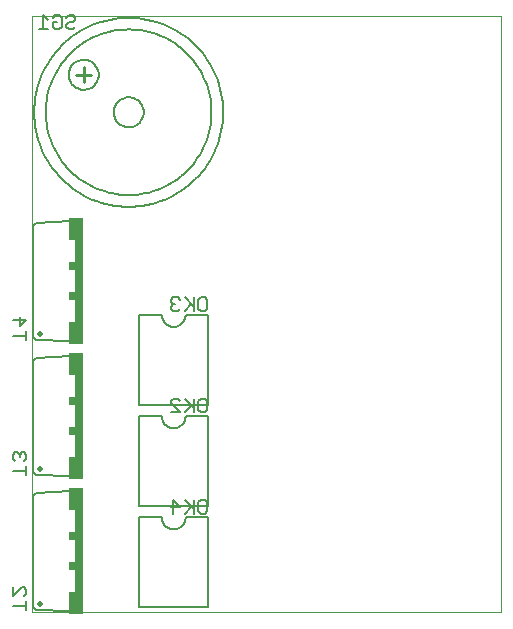
<source format=gbo>
G75*
G70*
%OFA0B0*%
%FSLAX24Y24*%
%IPPOS*%
%LPD*%
%AMOC8*
5,1,8,0,0,1.08239X$1,22.5*
%
%ADD10C,0.0000*%
%ADD11C,0.0060*%
%ADD12C,0.0050*%
%ADD13C,0.0200*%
%ADD14R,0.0300X0.4200*%
%ADD15R,0.0200X0.0750*%
%ADD16R,0.0200X0.0300*%
%ADD17C,0.0100*%
D10*
X001569Y001508D02*
X001569Y021380D01*
X017226Y021380D01*
X017226Y001508D01*
X001569Y001508D01*
D11*
X001700Y001600D02*
X001600Y001700D01*
X001600Y005400D01*
X001700Y005500D01*
X002850Y005550D01*
X002850Y006050D02*
X001700Y006100D01*
X001600Y006200D01*
X001600Y009900D01*
X001700Y010000D01*
X002850Y010050D01*
X002850Y010550D02*
X001700Y010600D01*
X001600Y010700D01*
X001600Y014400D01*
X001700Y014500D01*
X002850Y014550D01*
X005150Y011425D02*
X005900Y011425D01*
X005902Y011386D01*
X005908Y011347D01*
X005917Y011309D01*
X005930Y011272D01*
X005947Y011236D01*
X005967Y011203D01*
X005991Y011171D01*
X006017Y011142D01*
X006046Y011116D01*
X006078Y011092D01*
X006111Y011072D01*
X006147Y011055D01*
X006184Y011042D01*
X006222Y011033D01*
X006261Y011027D01*
X006300Y011025D01*
X006339Y011027D01*
X006378Y011033D01*
X006416Y011042D01*
X006453Y011055D01*
X006489Y011072D01*
X006522Y011092D01*
X006554Y011116D01*
X006583Y011142D01*
X006609Y011171D01*
X006633Y011203D01*
X006653Y011236D01*
X006670Y011272D01*
X006683Y011309D01*
X006692Y011347D01*
X006698Y011386D01*
X006700Y011425D01*
X007450Y011425D01*
X007450Y008425D01*
X005150Y008425D01*
X005150Y011425D01*
X005150Y008050D02*
X005900Y008050D01*
X005902Y008011D01*
X005908Y007972D01*
X005917Y007934D01*
X005930Y007897D01*
X005947Y007861D01*
X005967Y007828D01*
X005991Y007796D01*
X006017Y007767D01*
X006046Y007741D01*
X006078Y007717D01*
X006111Y007697D01*
X006147Y007680D01*
X006184Y007667D01*
X006222Y007658D01*
X006261Y007652D01*
X006300Y007650D01*
X006339Y007652D01*
X006378Y007658D01*
X006416Y007667D01*
X006453Y007680D01*
X006489Y007697D01*
X006522Y007717D01*
X006554Y007741D01*
X006583Y007767D01*
X006609Y007796D01*
X006633Y007828D01*
X006653Y007861D01*
X006670Y007897D01*
X006683Y007934D01*
X006692Y007972D01*
X006698Y008011D01*
X006700Y008050D01*
X007450Y008050D01*
X007450Y005050D01*
X005150Y005050D01*
X005150Y008050D01*
X005150Y004675D02*
X005900Y004675D01*
X005902Y004636D01*
X005908Y004597D01*
X005917Y004559D01*
X005930Y004522D01*
X005947Y004486D01*
X005967Y004453D01*
X005991Y004421D01*
X006017Y004392D01*
X006046Y004366D01*
X006078Y004342D01*
X006111Y004322D01*
X006147Y004305D01*
X006184Y004292D01*
X006222Y004283D01*
X006261Y004277D01*
X006300Y004275D01*
X006339Y004277D01*
X006378Y004283D01*
X006416Y004292D01*
X006453Y004305D01*
X006489Y004322D01*
X006522Y004342D01*
X006554Y004366D01*
X006583Y004392D01*
X006609Y004421D01*
X006633Y004453D01*
X006653Y004486D01*
X006670Y004522D01*
X006683Y004559D01*
X006692Y004597D01*
X006698Y004636D01*
X006700Y004675D01*
X007450Y004675D01*
X007450Y001675D01*
X005150Y001675D01*
X005150Y004675D01*
X002850Y001550D02*
X001700Y001600D01*
X004300Y018175D02*
X004302Y018219D01*
X004308Y018263D01*
X004318Y018306D01*
X004331Y018348D01*
X004348Y018389D01*
X004369Y018428D01*
X004393Y018465D01*
X004420Y018500D01*
X004450Y018532D01*
X004483Y018562D01*
X004519Y018588D01*
X004556Y018612D01*
X004596Y018631D01*
X004637Y018648D01*
X004680Y018660D01*
X004723Y018669D01*
X004767Y018674D01*
X004811Y018675D01*
X004855Y018672D01*
X004899Y018665D01*
X004942Y018654D01*
X004984Y018640D01*
X005024Y018622D01*
X005063Y018600D01*
X005099Y018576D01*
X005133Y018548D01*
X005165Y018517D01*
X005194Y018483D01*
X005220Y018447D01*
X005242Y018409D01*
X005261Y018369D01*
X005276Y018327D01*
X005288Y018285D01*
X005296Y018241D01*
X005300Y018197D01*
X005300Y018153D01*
X005296Y018109D01*
X005288Y018065D01*
X005276Y018023D01*
X005261Y017981D01*
X005242Y017941D01*
X005220Y017903D01*
X005194Y017867D01*
X005165Y017833D01*
X005133Y017802D01*
X005099Y017774D01*
X005063Y017750D01*
X005024Y017728D01*
X004984Y017710D01*
X004942Y017696D01*
X004899Y017685D01*
X004855Y017678D01*
X004811Y017675D01*
X004767Y017676D01*
X004723Y017681D01*
X004680Y017690D01*
X004637Y017702D01*
X004596Y017719D01*
X004556Y017738D01*
X004519Y017762D01*
X004483Y017788D01*
X004450Y017818D01*
X004420Y017850D01*
X004393Y017885D01*
X004369Y017922D01*
X004348Y017961D01*
X004331Y018002D01*
X004318Y018044D01*
X004308Y018087D01*
X004302Y018131D01*
X004300Y018175D01*
X001650Y018175D02*
X001654Y018330D01*
X001665Y018484D01*
X001684Y018637D01*
X001711Y018790D01*
X001744Y018940D01*
X001786Y019089D01*
X001834Y019236D01*
X001890Y019380D01*
X001952Y019522D01*
X002022Y019660D01*
X002098Y019794D01*
X002181Y019925D01*
X002270Y020051D01*
X002365Y020173D01*
X002466Y020290D01*
X002573Y020402D01*
X002685Y020509D01*
X002802Y020610D01*
X002924Y020705D01*
X003050Y020794D01*
X003181Y020877D01*
X003315Y020953D01*
X003453Y021023D01*
X003595Y021085D01*
X003739Y021141D01*
X003886Y021189D01*
X004035Y021231D01*
X004185Y021264D01*
X004338Y021291D01*
X004491Y021310D01*
X004645Y021321D01*
X004800Y021325D01*
X004955Y021321D01*
X005109Y021310D01*
X005262Y021291D01*
X005415Y021264D01*
X005565Y021231D01*
X005714Y021189D01*
X005861Y021141D01*
X006005Y021085D01*
X006147Y021023D01*
X006285Y020953D01*
X006419Y020877D01*
X006550Y020794D01*
X006676Y020705D01*
X006798Y020610D01*
X006915Y020509D01*
X007027Y020402D01*
X007134Y020290D01*
X007235Y020173D01*
X007330Y020051D01*
X007419Y019925D01*
X007502Y019794D01*
X007578Y019660D01*
X007648Y019522D01*
X007710Y019380D01*
X007766Y019236D01*
X007814Y019089D01*
X007856Y018940D01*
X007889Y018790D01*
X007916Y018637D01*
X007935Y018484D01*
X007946Y018330D01*
X007950Y018175D01*
X007946Y018020D01*
X007935Y017866D01*
X007916Y017713D01*
X007889Y017560D01*
X007856Y017410D01*
X007814Y017261D01*
X007766Y017114D01*
X007710Y016970D01*
X007648Y016828D01*
X007578Y016690D01*
X007502Y016556D01*
X007419Y016425D01*
X007330Y016299D01*
X007235Y016177D01*
X007134Y016060D01*
X007027Y015948D01*
X006915Y015841D01*
X006798Y015740D01*
X006676Y015645D01*
X006550Y015556D01*
X006419Y015473D01*
X006285Y015397D01*
X006147Y015327D01*
X006005Y015265D01*
X005861Y015209D01*
X005714Y015161D01*
X005565Y015119D01*
X005415Y015086D01*
X005262Y015059D01*
X005109Y015040D01*
X004955Y015029D01*
X004800Y015025D01*
X004645Y015029D01*
X004491Y015040D01*
X004338Y015059D01*
X004185Y015086D01*
X004035Y015119D01*
X003886Y015161D01*
X003739Y015209D01*
X003595Y015265D01*
X003453Y015327D01*
X003315Y015397D01*
X003181Y015473D01*
X003050Y015556D01*
X002924Y015645D01*
X002802Y015740D01*
X002685Y015841D01*
X002573Y015948D01*
X002466Y016060D01*
X002365Y016177D01*
X002270Y016299D01*
X002181Y016425D01*
X002098Y016556D01*
X002022Y016690D01*
X001952Y016828D01*
X001890Y016970D01*
X001834Y017114D01*
X001786Y017261D01*
X001744Y017410D01*
X001711Y017560D01*
X001684Y017713D01*
X001665Y017866D01*
X001654Y018020D01*
X001650Y018175D01*
X002800Y019425D02*
X002802Y019469D01*
X002808Y019513D01*
X002818Y019556D01*
X002831Y019598D01*
X002848Y019639D01*
X002869Y019678D01*
X002893Y019715D01*
X002920Y019750D01*
X002950Y019782D01*
X002983Y019812D01*
X003019Y019838D01*
X003056Y019862D01*
X003096Y019881D01*
X003137Y019898D01*
X003180Y019910D01*
X003223Y019919D01*
X003267Y019924D01*
X003311Y019925D01*
X003355Y019922D01*
X003399Y019915D01*
X003442Y019904D01*
X003484Y019890D01*
X003524Y019872D01*
X003563Y019850D01*
X003599Y019826D01*
X003633Y019798D01*
X003665Y019767D01*
X003694Y019733D01*
X003720Y019697D01*
X003742Y019659D01*
X003761Y019619D01*
X003776Y019577D01*
X003788Y019535D01*
X003796Y019491D01*
X003800Y019447D01*
X003800Y019403D01*
X003796Y019359D01*
X003788Y019315D01*
X003776Y019273D01*
X003761Y019231D01*
X003742Y019191D01*
X003720Y019153D01*
X003694Y019117D01*
X003665Y019083D01*
X003633Y019052D01*
X003599Y019024D01*
X003563Y019000D01*
X003524Y018978D01*
X003484Y018960D01*
X003442Y018946D01*
X003399Y018935D01*
X003355Y018928D01*
X003311Y018925D01*
X003267Y018926D01*
X003223Y018931D01*
X003180Y018940D01*
X003137Y018952D01*
X003096Y018969D01*
X003056Y018988D01*
X003019Y019012D01*
X002983Y019038D01*
X002950Y019068D01*
X002920Y019100D01*
X002893Y019135D01*
X002869Y019172D01*
X002848Y019211D01*
X002831Y019252D01*
X002818Y019294D01*
X002808Y019337D01*
X002802Y019381D01*
X002800Y019425D01*
X002040Y018175D02*
X002043Y018310D01*
X002053Y018446D01*
X002070Y018580D01*
X002093Y018713D01*
X002123Y018846D01*
X002159Y018976D01*
X002201Y019105D01*
X002250Y019231D01*
X002305Y019355D01*
X002366Y019476D01*
X002433Y019594D01*
X002505Y019708D01*
X002583Y019819D01*
X002666Y019926D01*
X002755Y020029D01*
X002848Y020127D01*
X002946Y020220D01*
X003049Y020309D01*
X003156Y020392D01*
X003267Y020470D01*
X003381Y020542D01*
X003499Y020609D01*
X003620Y020670D01*
X003744Y020725D01*
X003870Y020774D01*
X003999Y020816D01*
X004129Y020852D01*
X004262Y020882D01*
X004395Y020905D01*
X004529Y020922D01*
X004665Y020932D01*
X004800Y020935D01*
X004935Y020932D01*
X005071Y020922D01*
X005205Y020905D01*
X005338Y020882D01*
X005471Y020852D01*
X005601Y020816D01*
X005730Y020774D01*
X005856Y020725D01*
X005980Y020670D01*
X006101Y020609D01*
X006219Y020542D01*
X006333Y020470D01*
X006444Y020392D01*
X006551Y020309D01*
X006654Y020220D01*
X006752Y020127D01*
X006845Y020029D01*
X006934Y019926D01*
X007017Y019819D01*
X007095Y019708D01*
X007167Y019594D01*
X007234Y019476D01*
X007295Y019355D01*
X007350Y019231D01*
X007399Y019105D01*
X007441Y018976D01*
X007477Y018846D01*
X007507Y018713D01*
X007530Y018580D01*
X007547Y018446D01*
X007557Y018310D01*
X007560Y018175D01*
X007557Y018040D01*
X007547Y017904D01*
X007530Y017770D01*
X007507Y017637D01*
X007477Y017504D01*
X007441Y017374D01*
X007399Y017245D01*
X007350Y017119D01*
X007295Y016995D01*
X007234Y016874D01*
X007167Y016756D01*
X007095Y016642D01*
X007017Y016531D01*
X006934Y016424D01*
X006845Y016321D01*
X006752Y016223D01*
X006654Y016130D01*
X006551Y016041D01*
X006444Y015958D01*
X006333Y015880D01*
X006219Y015808D01*
X006101Y015741D01*
X005980Y015680D01*
X005856Y015625D01*
X005730Y015576D01*
X005601Y015534D01*
X005471Y015498D01*
X005338Y015468D01*
X005205Y015445D01*
X005071Y015428D01*
X004935Y015418D01*
X004800Y015415D01*
X004665Y015418D01*
X004529Y015428D01*
X004395Y015445D01*
X004262Y015468D01*
X004129Y015498D01*
X003999Y015534D01*
X003870Y015576D01*
X003744Y015625D01*
X003620Y015680D01*
X003499Y015741D01*
X003381Y015808D01*
X003267Y015880D01*
X003156Y015958D01*
X003049Y016041D01*
X002946Y016130D01*
X002848Y016223D01*
X002755Y016321D01*
X002666Y016424D01*
X002583Y016531D01*
X002505Y016642D01*
X002433Y016756D01*
X002366Y016874D01*
X002305Y016995D01*
X002250Y017119D01*
X002201Y017245D01*
X002159Y017374D01*
X002123Y017504D01*
X002093Y017637D01*
X002070Y017770D01*
X002053Y017904D01*
X002043Y018040D01*
X002040Y018175D01*
D12*
X001395Y001725D02*
X000945Y001725D01*
X000945Y002036D02*
X001245Y002336D01*
X001320Y002336D01*
X001395Y002261D01*
X001395Y002111D01*
X001320Y002036D01*
X001395Y001875D02*
X001395Y001575D01*
X000945Y002036D02*
X000945Y002336D01*
X001395Y006075D02*
X001395Y006375D01*
X001395Y006225D02*
X000945Y006225D01*
X001020Y006536D02*
X000945Y006611D01*
X000945Y006761D01*
X001020Y006836D01*
X001095Y006836D01*
X001170Y006761D01*
X001170Y006686D01*
X001170Y006761D02*
X001245Y006836D01*
X001320Y006836D01*
X001395Y006761D01*
X001395Y006611D01*
X001320Y006536D01*
X001395Y010575D02*
X001395Y010875D01*
X001395Y010725D02*
X000945Y010725D01*
X001170Y011036D02*
X001170Y011336D01*
X000945Y011261D02*
X001395Y011261D01*
X001170Y011036D01*
X006204Y011625D02*
X006279Y011550D01*
X006429Y011550D01*
X006504Y011625D01*
X006664Y011550D02*
X006890Y011775D01*
X006965Y011700D02*
X006664Y012001D01*
X006504Y011925D02*
X006429Y012001D01*
X006279Y012001D01*
X006204Y011925D01*
X006204Y011850D01*
X006279Y011775D01*
X006204Y011700D01*
X006204Y011625D01*
X006279Y011775D02*
X006354Y011775D01*
X006965Y012001D02*
X006965Y011550D01*
X007125Y011625D02*
X007125Y011925D01*
X007200Y012001D01*
X007350Y012001D01*
X007425Y011925D01*
X007425Y011625D01*
X007350Y011550D01*
X007200Y011550D01*
X007125Y011625D01*
X007200Y008626D02*
X007125Y008550D01*
X007125Y008250D01*
X007200Y008175D01*
X007350Y008175D01*
X007425Y008250D01*
X007425Y008550D01*
X007350Y008626D01*
X007200Y008626D01*
X006965Y008626D02*
X006965Y008175D01*
X006965Y008325D02*
X006664Y008626D01*
X006504Y008550D02*
X006429Y008626D01*
X006279Y008626D01*
X006204Y008550D01*
X006204Y008475D01*
X006504Y008175D01*
X006204Y008175D01*
X006664Y008175D02*
X006890Y008400D01*
X006965Y005251D02*
X006965Y004800D01*
X006965Y004950D02*
X006664Y005251D01*
X006504Y005025D02*
X006204Y005025D01*
X006279Y004800D02*
X006279Y005251D01*
X006504Y005025D01*
X006664Y004800D02*
X006890Y005025D01*
X007125Y004875D02*
X007125Y005175D01*
X007200Y005251D01*
X007350Y005251D01*
X007425Y005175D01*
X007425Y004875D01*
X007350Y004800D01*
X007200Y004800D01*
X007125Y004875D01*
X002950Y020950D02*
X002800Y020950D01*
X002725Y021025D01*
X002725Y021100D01*
X002800Y021175D01*
X002950Y021175D01*
X003025Y021250D01*
X003025Y021325D01*
X002950Y021401D01*
X002800Y021401D01*
X002725Y021325D01*
X002565Y021325D02*
X002565Y021025D01*
X002490Y020950D01*
X002339Y020950D01*
X002264Y021025D01*
X002264Y021175D01*
X002414Y021175D01*
X002264Y021325D02*
X002339Y021401D01*
X002490Y021401D01*
X002565Y021325D01*
X002950Y020950D02*
X003025Y021025D01*
X002104Y020950D02*
X001804Y020950D01*
X001954Y020950D02*
X001954Y021401D01*
X002104Y021250D01*
D13*
X001840Y010780D03*
X001840Y006280D03*
X001840Y001780D03*
D14*
X003150Y003550D03*
X003150Y008050D03*
X003150Y012550D03*
D15*
X002900Y014275D03*
X002900Y010825D03*
X002900Y009775D03*
X002900Y006325D03*
X002900Y005275D03*
X002900Y001825D03*
D16*
X002900Y003050D03*
X002900Y004050D03*
X002900Y007550D03*
X002900Y008550D03*
X002900Y012050D03*
X002900Y013050D03*
D17*
X003300Y019175D02*
X003300Y019675D01*
X003550Y019425D02*
X003050Y019425D01*
M02*

</source>
